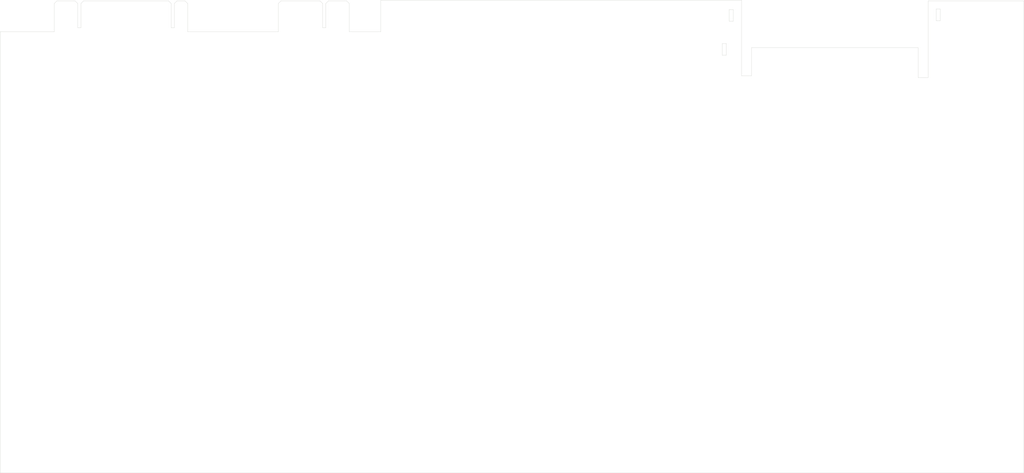
<source format=kicad_pcb>
(kicad_pcb (version 20171130) (host pcbnew "(5.1.5)-3")

  (general
    (thickness 1.6)
    (drawings 56)
    (tracks 0)
    (zones 0)
    (modules 0)
    (nets 1)
  )

  (page A2)
  (layers
    (0 F.Cu signal)
    (31 B.Cu signal)
    (32 B.Adhes user)
    (33 F.Adhes user)
    (34 B.Paste user)
    (35 F.Paste user)
    (36 B.SilkS user)
    (37 F.SilkS user)
    (38 B.Mask user)
    (39 F.Mask user)
    (40 Dwgs.User user)
    (41 Cmts.User user)
    (42 Eco1.User user)
    (43 Eco2.User user)
    (44 Edge.Cuts user)
    (45 Margin user)
    (46 B.CrtYd user)
    (47 F.CrtYd user)
    (48 B.Fab user)
    (49 F.Fab user)
  )

  (setup
    (last_trace_width 0.25)
    (trace_clearance 0.2)
    (zone_clearance 0.508)
    (zone_45_only no)
    (trace_min 0.2)
    (via_size 0.8)
    (via_drill 0.4)
    (via_min_size 0.4)
    (via_min_drill 0.3)
    (uvia_size 0.3)
    (uvia_drill 0.1)
    (uvias_allowed no)
    (uvia_min_size 0.2)
    (uvia_min_drill 0.1)
    (edge_width 0.05)
    (segment_width 0.2)
    (pcb_text_width 0.3)
    (pcb_text_size 1.5 1.5)
    (mod_edge_width 0.12)
    (mod_text_size 1 1)
    (mod_text_width 0.15)
    (pad_size 1.524 1.524)
    (pad_drill 0.762)
    (pad_to_mask_clearance 0.051)
    (solder_mask_min_width 0.25)
    (aux_axis_origin 0 0)
    (visible_elements FFFFFF7F)
    (pcbplotparams
      (layerselection 0x010fc_ffffffff)
      (usegerberextensions false)
      (usegerberattributes false)
      (usegerberadvancedattributes false)
      (creategerberjobfile false)
      (excludeedgelayer true)
      (linewidth 0.100000)
      (plotframeref false)
      (viasonmask false)
      (mode 1)
      (useauxorigin false)
      (hpglpennumber 1)
      (hpglpenspeed 20)
      (hpglpendiameter 15.000000)
      (psnegative false)
      (psa4output false)
      (plotreference true)
      (plotvalue true)
      (plotinvisibletext false)
      (padsonsilk false)
      (subtractmaskfromsilk false)
      (outputformat 1)
      (mirror false)
      (drillshape 1)
      (scaleselection 1)
      (outputdirectory ""))
  )

  (net 0 "")

  (net_class Default "This is the default net class."
    (clearance 0.2)
    (trace_width 0.25)
    (via_dia 0.8)
    (via_drill 0.4)
    (uvia_dia 0.3)
    (uvia_drill 0.1)
  )

  (gr_line (start 173.4185 116.3955) (end 174.371 115.443) (layer Edge.Cuts) (width 0.1) (tstamp 5E9D0BD0))
  (gr_line (start 172.1485 125.603) (end 173.4185 125.603) (layer Edge.Cuts) (width 0.1) (tstamp 5E9D0BCF))
  (gr_line (start 172.1485 116.3955) (end 171.196 115.443) (layer Edge.Cuts) (width 0.1) (tstamp 5E9D0BCE))
  (gr_line (start 174.371 115.443) (end 177.4825 115.443) (layer Edge.Cuts) (width 0.1) (tstamp 5E9D0BCD))
  (gr_line (start 172.1485 116.3955) (end 172.1485 125.603) (layer Edge.Cuts) (width 0.1) (tstamp 5E9D0BCC))
  (gr_line (start 173.4185 125.603) (end 173.4185 116.3955) (layer Edge.Cuts) (width 0.1) (tstamp 5E9D0BCB))
  (gr_line (start 384.8366 123.1674) (end 384.8366 118.7224) (layer Edge.Cuts) (width 0.1) (tstamp 5E9D0BCA))
  (gr_line (start 382.2144 131.6832) (end 383.802 131.6832) (layer Edge.Cuts) (width 0.1) (tstamp 5E9D0BC9))
  (gr_line (start 386.424 118.7224) (end 386.424 123.1674) (layer Edge.Cuts) (width 0.1) (tstamp 5E9D0BC8))
  (gr_line (start 382.2144 136.1282) (end 382.2144 131.6832) (layer Edge.Cuts) (width 0.1) (tstamp 5E9D0BC5))
  (gr_line (start 465.3331 118.5045) (end 465.3331 122.9495) (layer Edge.Cuts) (width 0.1) (tstamp 5E9D0BC3))
  (gr_line (start 463.7456 122.9495) (end 463.7456 118.5045) (layer Edge.Cuts) (width 0.1) (tstamp 5E9D0BC2))
  (gr_line (start 383.802 136.1282) (end 382.2144 136.1282) (layer Edge.Cuts) (width 0.1) (tstamp 5E9D0BC1))
  (gr_line (start 384.8366 118.7224) (end 386.424 118.7224) (layer Edge.Cuts) (width 0.1) (tstamp 5E9D0BC0))
  (gr_line (start 383.802 131.6832) (end 383.802 136.1282) (layer Edge.Cuts) (width 0.1) (tstamp 5E9D0BBE))
  (gr_line (start 463.7456 118.5045) (end 465.3331 118.5045) (layer Edge.Cuts) (width 0.1) (tstamp 5E9D0BBD))
  (gr_line (start 465.3331 122.9495) (end 463.7456 122.9495) (layer Edge.Cuts) (width 0.1) (tstamp 5E9D0BBB))
  (gr_line (start 386.424 123.1674) (end 384.8366 123.1674) (layer Edge.Cuts) (width 0.1) (tstamp 5E9D0BB8))
  (gr_line (start 389.5725 144.018) (end 393.3825 144.018) (layer Edge.Cuts) (width 0.1) (tstamp 5E9D0BB6))
  (gr_line (start 137.795 116.3955) (end 138.7475 115.443) (layer Edge.Cuts) (width 0.1) (tstamp 5E9D0BB5))
  (gr_line (start 240.03 127.1905) (end 252.095 127.1905) (layer Edge.Cuts) (width 0.1) (tstamp 5E9D0BB4))
  (gr_line (start 229.87 116.3955) (end 229.87 125.603) (layer Edge.Cuts) (width 0.1) (tstamp 5E9D0BB3))
  (gr_line (start 128.5875 115.443) (end 135.5725 115.443) (layer Edge.Cuts) (width 0.1) (tstamp 5E9D0BB2))
  (gr_line (start 127.635 116.3955) (end 128.5875 115.443) (layer Edge.Cuts) (width 0.1) (tstamp 5E9D0BB1))
  (gr_line (start 127.635 127.188) (end 127.635 116.3955) (layer Edge.Cuts) (width 0.1) (tstamp 5E9D0BB0))
  (gr_line (start 136.525 116.3955) (end 136.525 125.603) (layer Edge.Cuts) (width 0.1) (tstamp 5E9D0BAF))
  (gr_line (start 137.795 125.603) (end 137.795 116.3955) (layer Edge.Cuts) (width 0.1) (tstamp 5E9D0BAE))
  (gr_line (start 228.9175 115.443) (end 229.87 116.3955) (layer Edge.Cuts) (width 0.1) (tstamp 5E9D0BAD))
  (gr_line (start 213.0425 116.3955) (end 213.995 115.443) (layer Edge.Cuts) (width 0.1) (tstamp 5E9D0BAC))
  (gr_line (start 231.14 116.3955) (end 232.0925 115.443) (layer Edge.Cuts) (width 0.1) (tstamp 5E9D0BAB))
  (gr_line (start 229.87 125.603) (end 231.14 125.603) (layer Edge.Cuts) (width 0.1) (tstamp 5E9D0BAA))
  (gr_line (start 178.435 127.1905) (end 213.0425 127.1905) (layer Edge.Cuts) (width 0.1) (tstamp 5E9D0BA8))
  (gr_line (start 252.095 115.1255) (end 389.5725 115.1255) (layer Edge.Cuts) (width 0.1) (tstamp 5E9D0BA5))
  (gr_line (start 106.975 295.4655) (end 106.975 127.188) (layer Edge.Cuts) (width 0.1) (tstamp 5E9D0BA3))
  (gr_line (start 460.6925 144.653) (end 460.6925 115.443) (layer Edge.Cuts) (width 0.1) (tstamp 5E9D0BA2))
  (gr_line (start 177.4825 115.443) (end 178.435 116.3955) (layer Edge.Cuts) (width 0.1) (tstamp 5E9D0BA1))
  (gr_line (start 231.14 125.603) (end 231.14 116.3955) (layer Edge.Cuts) (width 0.1) (tstamp 5E9D0BA0))
  (gr_line (start 456.8825 144.653) (end 460.6925 144.653) (layer Edge.Cuts) (width 0.1) (tstamp 5E9D0B9F))
  (gr_line (start 393.3825 133.223) (end 456.8825 133.223) (layer Edge.Cuts) (width 0.1) (tstamp 5E9D0B9E))
  (gr_line (start 393.3825 144.018) (end 393.3825 133.223) (layer Edge.Cuts) (width 0.1) (tstamp 5E9D0B9D))
  (gr_line (start 106.975 127.188) (end 127.635 127.188) (layer Edge.Cuts) (width 0.1) (tstamp 5E9D0B9C))
  (gr_line (start 239.0775 115.443) (end 240.03 116.3955) (layer Edge.Cuts) (width 0.1) (tstamp 5E9D0B9B))
  (gr_line (start 240.03 116.3955) (end 240.03 127.1905) (layer Edge.Cuts) (width 0.1) (tstamp 5E9D0B9A))
  (gr_line (start 213.995 115.443) (end 228.9175 115.443) (layer Edge.Cuts) (width 0.1) (tstamp 5E9D0B99))
  (gr_line (start 389.5725 115.1255) (end 389.5725 144.018) (layer Edge.Cuts) (width 0.1) (tstamp 5E9D0B98))
  (gr_line (start 178.435 116.3955) (end 178.435 127.1905) (layer Edge.Cuts) (width 0.1) (tstamp 5E9D0B97))
  (gr_line (start 497.205 295.4655) (end 106.975 295.4655) (layer Edge.Cuts) (width 0.1) (tstamp 5E9D0B95))
  (gr_line (start 138.7475 115.443) (end 171.196 115.443) (layer Edge.Cuts) (width 0.1) (tstamp 5E9D0B94))
  (gr_line (start 135.5725 115.443) (end 136.525 116.3955) (layer Edge.Cuts) (width 0.1) (tstamp 5E9D0B93))
  (gr_line (start 213.0425 127.1905) (end 213.0425 116.3955) (layer Edge.Cuts) (width 0.1) (tstamp 5E9D0B90))
  (gr_line (start 232.0925 115.443) (end 239.0775 115.443) (layer Edge.Cuts) (width 0.1) (tstamp 5E9D0B8F))
  (gr_line (start 136.525 125.603) (end 137.795 125.603) (layer Edge.Cuts) (width 0.1) (tstamp 5E9D0B8E))
  (gr_line (start 252.095 127.1905) (end 252.095 115.1255) (layer Edge.Cuts) (width 0.1) (tstamp 5E9D0B8D))
  (gr_line (start 497.205 115.443) (end 497.205 295.4655) (layer Edge.Cuts) (width 0.1) (tstamp 5E9D0B8B))
  (gr_line (start 460.6925 115.443) (end 497.205 115.443) (layer Edge.Cuts) (width 0.1) (tstamp 5E9D0B8A))
  (gr_line (start 456.8825 133.223) (end 456.8825 144.653) (layer Edge.Cuts) (width 0.1) (tstamp 5E9D0B89))

)

</source>
